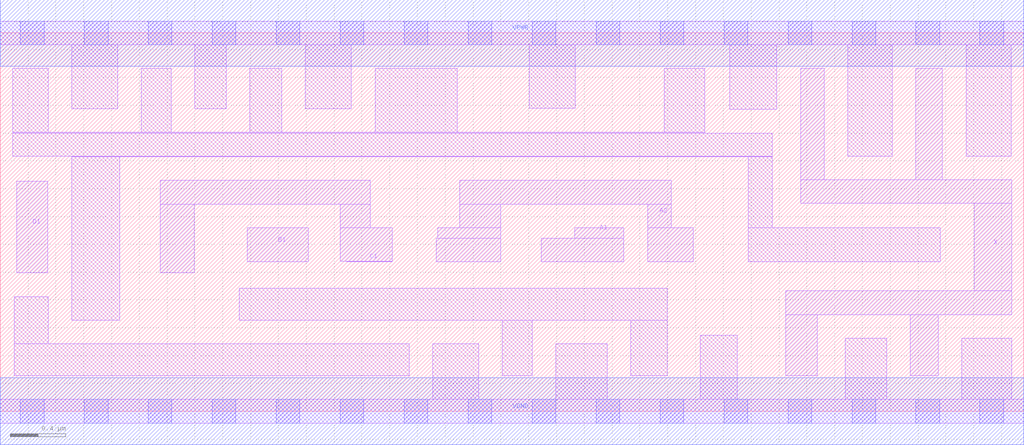
<source format=lef>
# Copyright 2020 The SkyWater PDK Authors
#
# Licensed under the Apache License, Version 2.0 (the "License");
# you may not use this file except in compliance with the License.
# You may obtain a copy of the License at
#
#     https://www.apache.org/licenses/LICENSE-2.0
#
# Unless required by applicable law or agreed to in writing, software
# distributed under the License is distributed on an "AS IS" BASIS,
# WITHOUT WARRANTIES OR CONDITIONS OF ANY KIND, either express or implied.
# See the License for the specific language governing permissions and
# limitations under the License.
#
# SPDX-License-Identifier: Apache-2.0

VERSION 5.7 ;
  NOWIREEXTENSIONATPIN ON ;
  DIVIDERCHAR "/" ;
  BUSBITCHARS "[]" ;
UNITS
  DATABASE MICRONS 200 ;
END UNITS
MACRO sky130_fd_sc_hd__o2111a_4
  CLASS CORE ;
  FOREIGN sky130_fd_sc_hd__o2111a_4 ;
  ORIGIN  0.000000  0.000000 ;
  SIZE  7.360000 BY  2.720000 ;
  SYMMETRY X Y R90 ;
  SITE unithd ;
  PIN A1
    ANTENNAGATEAREA  0.495000 ;
    DIRECTION INPUT ;
    USE SIGNAL ;
    PORT
      LAYER li1 ;
        RECT 3.890000 1.075000 4.485000 1.245000 ;
        RECT 4.130000 1.245000 4.485000 1.320000 ;
    END
  END A1
  PIN A2
    ANTENNAGATEAREA  0.495000 ;
    DIRECTION INPUT ;
    USE SIGNAL ;
    PORT
      LAYER li1 ;
        RECT 3.135000 1.075000 3.600000 1.245000 ;
        RECT 3.145000 1.245000 3.600000 1.320000 ;
        RECT 3.305000 1.320000 3.600000 1.490000 ;
        RECT 3.305000 1.490000 4.825000 1.660000 ;
        RECT 4.655000 1.075000 4.985000 1.320000 ;
        RECT 4.655000 1.320000 4.825000 1.490000 ;
    END
  END A2
  PIN B1
    ANTENNAGATEAREA  0.495000 ;
    DIRECTION INPUT ;
    USE SIGNAL ;
    PORT
      LAYER li1 ;
        RECT 1.775000 1.075000 2.215000 1.320000 ;
    END
  END B1
  PIN C1
    ANTENNAGATEAREA  0.495000 ;
    DIRECTION INPUT ;
    USE SIGNAL ;
    PORT
      LAYER li1 ;
        RECT 1.150000 0.995000 1.395000 1.490000 ;
        RECT 1.150000 1.490000 2.660000 1.660000 ;
        RECT 2.445000 1.080000 2.820000 1.320000 ;
        RECT 2.445000 1.320000 2.660000 1.490000 ;
        RECT 2.490000 1.075000 2.820000 1.080000 ;
    END
  END C1
  PIN D1
    ANTENNAGATEAREA  0.495000 ;
    DIRECTION INPUT ;
    USE SIGNAL ;
    PORT
      LAYER li1 ;
        RECT 0.120000 0.995000 0.340000 1.655000 ;
    END
  END D1
  PIN X
    ANTENNADIFFAREA  0.962500 ;
    DIRECTION OUTPUT ;
    USE SIGNAL ;
    PORT
      LAYER li1 ;
        RECT 5.650000 0.255000 5.875000 0.695000 ;
        RECT 5.650000 0.695000 7.275000 0.865000 ;
        RECT 5.755000 1.495000 7.275000 1.665000 ;
        RECT 5.755000 1.665000 5.925000 2.465000 ;
        RECT 6.545000 0.255000 6.745000 0.695000 ;
        RECT 6.585000 1.665000 6.775000 2.465000 ;
        RECT 7.005000 0.865000 7.275000 1.495000 ;
    END
  END X
  PIN VGND
    DIRECTION INOUT ;
    SHAPE ABUTMENT ;
    USE GROUND ;
    PORT
      LAYER met1 ;
        RECT 0.000000 -0.240000 7.360000 0.240000 ;
    END
  END VGND
  PIN VPWR
    DIRECTION INOUT ;
    SHAPE ABUTMENT ;
    USE POWER ;
    PORT
      LAYER met1 ;
        RECT 0.000000 2.480000 7.360000 2.960000 ;
    END
  END VPWR
  OBS
    LAYER li1 ;
      RECT 0.000000 -0.085000 7.360000 0.085000 ;
      RECT 0.000000  2.635000 7.360000 2.805000 ;
      RECT 0.090000  1.835000 5.550000 2.000000 ;
      RECT 0.090000  2.000000 5.065000 2.005000 ;
      RECT 0.090000  2.005000 0.345000 2.465000 ;
      RECT 0.100000  0.255000 2.940000 0.485000 ;
      RECT 0.100000  0.485000 0.345000 0.825000 ;
      RECT 0.515000  0.655000 0.860000 1.830000 ;
      RECT 0.515000  1.830000 5.550000 1.835000 ;
      RECT 0.515000  2.175000 0.845000 2.635000 ;
      RECT 1.015000  2.005000 1.230000 2.465000 ;
      RECT 1.400000  2.175000 1.625000 2.635000 ;
      RECT 1.720000  0.655000 4.795000 0.885000 ;
      RECT 1.795000  2.005000 2.025000 2.465000 ;
      RECT 2.195000  2.175000 2.525000 2.635000 ;
      RECT 2.695000  2.005000 3.285000 2.465000 ;
      RECT 3.110000  0.085000 3.440000 0.485000 ;
      RECT 3.610000  0.255000 3.825000 0.655000 ;
      RECT 3.805000  2.180000 4.135000 2.635000 ;
      RECT 3.995000  0.085000 4.365000 0.485000 ;
      RECT 4.535000  0.255000 4.795000 0.655000 ;
      RECT 4.775000  2.005000 5.065000 2.465000 ;
      RECT 5.035000  0.085000 5.300000 0.545000 ;
      RECT 5.245000  2.170000 5.585000 2.635000 ;
      RECT 5.380000  1.075000 6.760000 1.320000 ;
      RECT 5.380000  1.320000 5.550000 1.830000 ;
      RECT 6.075000  0.085000 6.375000 0.525000 ;
      RECT 6.095000  1.835000 6.415000 2.635000 ;
      RECT 6.915000  0.085000 7.275000 0.525000 ;
      RECT 6.945000  1.835000 7.270000 2.635000 ;
    LAYER mcon ;
      RECT 0.145000 -0.085000 0.315000 0.085000 ;
      RECT 0.145000  2.635000 0.315000 2.805000 ;
      RECT 0.605000 -0.085000 0.775000 0.085000 ;
      RECT 0.605000  2.635000 0.775000 2.805000 ;
      RECT 1.065000 -0.085000 1.235000 0.085000 ;
      RECT 1.065000  2.635000 1.235000 2.805000 ;
      RECT 1.525000 -0.085000 1.695000 0.085000 ;
      RECT 1.525000  2.635000 1.695000 2.805000 ;
      RECT 1.985000 -0.085000 2.155000 0.085000 ;
      RECT 1.985000  2.635000 2.155000 2.805000 ;
      RECT 2.445000 -0.085000 2.615000 0.085000 ;
      RECT 2.445000  2.635000 2.615000 2.805000 ;
      RECT 2.905000 -0.085000 3.075000 0.085000 ;
      RECT 2.905000  2.635000 3.075000 2.805000 ;
      RECT 3.365000 -0.085000 3.535000 0.085000 ;
      RECT 3.365000  2.635000 3.535000 2.805000 ;
      RECT 3.825000 -0.085000 3.995000 0.085000 ;
      RECT 3.825000  2.635000 3.995000 2.805000 ;
      RECT 4.285000 -0.085000 4.455000 0.085000 ;
      RECT 4.285000  2.635000 4.455000 2.805000 ;
      RECT 4.745000 -0.085000 4.915000 0.085000 ;
      RECT 4.745000  2.635000 4.915000 2.805000 ;
      RECT 5.205000 -0.085000 5.375000 0.085000 ;
      RECT 5.205000  2.635000 5.375000 2.805000 ;
      RECT 5.665000 -0.085000 5.835000 0.085000 ;
      RECT 5.665000  2.635000 5.835000 2.805000 ;
      RECT 6.125000 -0.085000 6.295000 0.085000 ;
      RECT 6.125000  2.635000 6.295000 2.805000 ;
      RECT 6.585000 -0.085000 6.755000 0.085000 ;
      RECT 6.585000  2.635000 6.755000 2.805000 ;
      RECT 7.045000 -0.085000 7.215000 0.085000 ;
      RECT 7.045000  2.635000 7.215000 2.805000 ;
  END
END sky130_fd_sc_hd__o2111a_4
END LIBRARY

</source>
